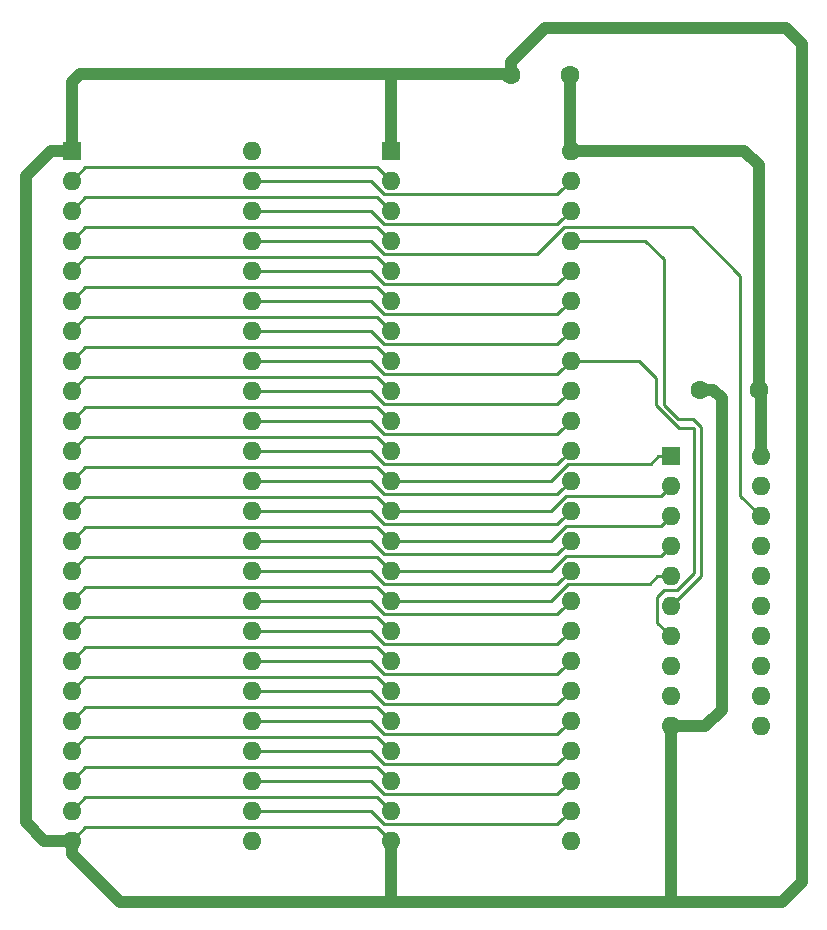
<source format=gbr>
G04 #@! TF.GenerationSoftware,KiCad,Pcbnew,(5.1.5-0-10_14)*
G04 #@! TF.CreationDate,2020-08-21T16:03:34+01:00*
G04 #@! TF.ProjectId,BusterTower,42757374-6572-4546-9f77-65722e6b6963,rev?*
G04 #@! TF.SameCoordinates,Original*
G04 #@! TF.FileFunction,Copper,L1,Top*
G04 #@! TF.FilePolarity,Positive*
%FSLAX46Y46*%
G04 Gerber Fmt 4.6, Leading zero omitted, Abs format (unit mm)*
G04 Created by KiCad (PCBNEW (5.1.5-0-10_14)) date 2020-08-21 16:03:34*
%MOMM*%
%LPD*%
G04 APERTURE LIST*
%ADD10O,1.600000X1.600000*%
%ADD11R,1.600000X1.600000*%
%ADD12C,1.600000*%
%ADD13C,0.250000*%
%ADD14C,1.000000*%
G04 APERTURE END LIST*
D10*
X95240000Y-38000000D03*
X80000000Y-96420000D03*
X95240000Y-40540000D03*
X80000000Y-93880000D03*
X95240000Y-43080000D03*
X80000000Y-91340000D03*
X95240000Y-45620000D03*
X80000000Y-88800000D03*
X95240000Y-48160000D03*
X80000000Y-86260000D03*
X95240000Y-50700000D03*
X80000000Y-83720000D03*
X95240000Y-53240000D03*
X80000000Y-81180000D03*
X95240000Y-55780000D03*
X80000000Y-78640000D03*
X95240000Y-58320000D03*
X80000000Y-76100000D03*
X95240000Y-60860000D03*
X80000000Y-73560000D03*
X95240000Y-63400000D03*
X80000000Y-71020000D03*
X95240000Y-65940000D03*
X80000000Y-68480000D03*
X95240000Y-68480000D03*
X80000000Y-65940000D03*
X95240000Y-71020000D03*
X80000000Y-63400000D03*
X95240000Y-73560000D03*
X80000000Y-60860000D03*
X95240000Y-76100000D03*
X80000000Y-58320000D03*
X95240000Y-78640000D03*
X80000000Y-55780000D03*
X95240000Y-81180000D03*
X80000000Y-53240000D03*
X95240000Y-83720000D03*
X80000000Y-50700000D03*
X95240000Y-86260000D03*
X80000000Y-48160000D03*
X95240000Y-88800000D03*
X80000000Y-45620000D03*
X95240000Y-91340000D03*
X80000000Y-43080000D03*
X95240000Y-93880000D03*
X80000000Y-40540000D03*
X95240000Y-96420000D03*
D11*
X80000000Y-38000000D03*
D10*
X68240000Y-38000000D03*
X53000000Y-96420000D03*
X68240000Y-40540000D03*
X53000000Y-93880000D03*
X68240000Y-43080000D03*
X53000000Y-91340000D03*
X68240000Y-45620000D03*
X53000000Y-88800000D03*
X68240000Y-48160000D03*
X53000000Y-86260000D03*
X68240000Y-50700000D03*
X53000000Y-83720000D03*
X68240000Y-53240000D03*
X53000000Y-81180000D03*
X68240000Y-55780000D03*
X53000000Y-78640000D03*
X68240000Y-58320000D03*
X53000000Y-76100000D03*
X68240000Y-60860000D03*
X53000000Y-73560000D03*
X68240000Y-63400000D03*
X53000000Y-71020000D03*
X68240000Y-65940000D03*
X53000000Y-68480000D03*
X68240000Y-68480000D03*
X53000000Y-65940000D03*
X68240000Y-71020000D03*
X53000000Y-63400000D03*
X68240000Y-73560000D03*
X53000000Y-60860000D03*
X68240000Y-76100000D03*
X53000000Y-58320000D03*
X68240000Y-78640000D03*
X53000000Y-55780000D03*
X68240000Y-81180000D03*
X53000000Y-53240000D03*
X68240000Y-83720000D03*
X53000000Y-50700000D03*
X68240000Y-86260000D03*
X53000000Y-48160000D03*
X68240000Y-88800000D03*
X53000000Y-45620000D03*
X68240000Y-91340000D03*
X53000000Y-43080000D03*
X68240000Y-93880000D03*
X53000000Y-40540000D03*
X68240000Y-96420000D03*
D11*
X53000000Y-38000000D03*
D10*
X111315500Y-63881000D03*
X103695500Y-86741000D03*
X111315500Y-66421000D03*
X103695500Y-84201000D03*
X111315500Y-68961000D03*
X103695500Y-81661000D03*
X111315500Y-71501000D03*
X103695500Y-79121000D03*
X111315500Y-74041000D03*
X103695500Y-76581000D03*
X111315500Y-76581000D03*
X103695500Y-74041000D03*
X111315500Y-79121000D03*
X103695500Y-71501000D03*
X111315500Y-81661000D03*
X103695500Y-68961000D03*
X111315500Y-84201000D03*
X103695500Y-66421000D03*
X111315500Y-86741000D03*
D11*
X103695500Y-63881000D03*
D12*
X106188500Y-58229500D03*
X111188500Y-58229500D03*
X90186500Y-31623000D03*
X95186500Y-31623000D03*
D13*
X78874999Y-95294999D02*
X79200001Y-95620001D01*
X79200001Y-95620001D02*
X80000000Y-96420000D01*
X53000000Y-96420000D02*
X54125001Y-95294999D01*
X54125001Y-95294999D02*
X78874999Y-95294999D01*
D14*
X80000000Y-96420000D02*
X80000000Y-101590000D01*
X80000000Y-101590000D02*
X80010000Y-101600000D01*
X113093500Y-101600000D02*
X114808000Y-99885500D01*
X114808000Y-99885500D02*
X114808000Y-28956000D01*
X114808000Y-28956000D02*
X113474500Y-27622500D01*
X53000000Y-32217000D02*
X53000000Y-38000000D01*
X53721000Y-31496000D02*
X53000000Y-32217000D01*
X51200000Y-38000000D02*
X49085500Y-40114500D01*
X53000000Y-38000000D02*
X51200000Y-38000000D01*
X49085500Y-40114500D02*
X49085500Y-94869000D01*
X50636500Y-96420000D02*
X53000000Y-96420000D01*
X49085500Y-94869000D02*
X50636500Y-96420000D01*
X57038630Y-101590000D02*
X80000000Y-101590000D01*
X53000000Y-97551370D02*
X57038630Y-101590000D01*
X53000000Y-96420000D02*
X53000000Y-97551370D01*
X103695500Y-101536500D02*
X103632000Y-101600000D01*
X103695500Y-86741000D02*
X103695500Y-101536500D01*
X103632000Y-101600000D02*
X113093500Y-101600000D01*
X80010000Y-101600000D02*
X103632000Y-101600000D01*
X107319870Y-58229500D02*
X108013500Y-58923130D01*
X106188500Y-58229500D02*
X107319870Y-58229500D01*
X108013500Y-58923130D02*
X108013500Y-85344000D01*
X106616500Y-86741000D02*
X103695500Y-86741000D01*
X108013500Y-85344000D02*
X106616500Y-86741000D01*
X93055630Y-27622500D02*
X113474500Y-27622500D01*
X90186500Y-30491630D02*
X93055630Y-27622500D01*
X90186500Y-31623000D02*
X90186500Y-30491630D01*
X80000000Y-38000000D02*
X80000000Y-31569500D01*
X80000000Y-31569500D02*
X80073500Y-31496000D01*
X80073500Y-31496000D02*
X53721000Y-31496000D01*
X89424500Y-31496000D02*
X80073500Y-31496000D01*
X111315500Y-58356500D02*
X111188500Y-58229500D01*
X111315500Y-63881000D02*
X111315500Y-58356500D01*
X111188500Y-58229500D02*
X111188500Y-39243000D01*
X109945500Y-38000000D02*
X95240000Y-38000000D01*
X111188500Y-39243000D02*
X109945500Y-38000000D01*
X95186500Y-37946500D02*
X95240000Y-38000000D01*
X95186500Y-31623000D02*
X95186500Y-37946500D01*
D13*
X68240000Y-58320000D02*
X78334998Y-58320000D01*
X79459999Y-59445001D02*
X94114999Y-59445001D01*
X94440001Y-59119999D02*
X95240000Y-58320000D01*
X78334998Y-58320000D02*
X79459999Y-59445001D01*
X94114999Y-59445001D02*
X94440001Y-59119999D01*
X78874999Y-85134999D02*
X79200001Y-85460001D01*
X79200001Y-85460001D02*
X80000000Y-86260000D01*
X53000000Y-86260000D02*
X54125001Y-85134999D01*
X54125001Y-85134999D02*
X78874999Y-85134999D01*
X68240000Y-60860000D02*
X78334998Y-60860000D01*
X79459999Y-61985001D02*
X94114999Y-61985001D01*
X94440001Y-61659999D02*
X95240000Y-60860000D01*
X78334998Y-60860000D02*
X79459999Y-61985001D01*
X94114999Y-61985001D02*
X94440001Y-61659999D01*
X78874999Y-82594999D02*
X79200001Y-82920001D01*
X79200001Y-82920001D02*
X80000000Y-83720000D01*
X53000000Y-83720000D02*
X54125001Y-82594999D01*
X54125001Y-82594999D02*
X78874999Y-82594999D01*
X68240000Y-63400000D02*
X78334998Y-63400000D01*
X79459999Y-64525001D02*
X94114999Y-64525001D01*
X94440001Y-64199999D02*
X95240000Y-63400000D01*
X78334998Y-63400000D02*
X79459999Y-64525001D01*
X94114999Y-64525001D02*
X94440001Y-64199999D01*
X78874999Y-80054999D02*
X79200001Y-80380001D01*
X79200001Y-80380001D02*
X80000000Y-81180000D01*
X53000000Y-81180000D02*
X54125001Y-80054999D01*
X54125001Y-80054999D02*
X78874999Y-80054999D01*
X68240000Y-65940000D02*
X78334998Y-65940000D01*
X79459999Y-67065001D02*
X94114999Y-67065001D01*
X94440001Y-66739999D02*
X95240000Y-65940000D01*
X78334998Y-65940000D02*
X79459999Y-67065001D01*
X94114999Y-67065001D02*
X94440001Y-66739999D01*
X78874999Y-77514999D02*
X79200001Y-77840001D01*
X79200001Y-77840001D02*
X80000000Y-78640000D01*
X53000000Y-78640000D02*
X54125001Y-77514999D01*
X54125001Y-77514999D02*
X78874999Y-77514999D01*
X68240000Y-68480000D02*
X78334998Y-68480000D01*
X79459999Y-69605001D02*
X94114999Y-69605001D01*
X94440001Y-69279999D02*
X95240000Y-68480000D01*
X78334998Y-68480000D02*
X79459999Y-69605001D01*
X94114999Y-69605001D02*
X94440001Y-69279999D01*
X78874999Y-74974999D02*
X79200001Y-75300001D01*
X79200001Y-75300001D02*
X80000000Y-76100000D01*
X53000000Y-76100000D02*
X54125001Y-74974999D01*
X54125001Y-74974999D02*
X78874999Y-74974999D01*
X102564130Y-74041000D02*
X103695500Y-74041000D01*
X101920129Y-74685001D02*
X102564130Y-74041000D01*
X94989997Y-74685001D02*
X101920129Y-74685001D01*
X93574998Y-76100000D02*
X94989997Y-74685001D01*
X80000000Y-76100000D02*
X93574998Y-76100000D01*
X68240000Y-71020000D02*
X78334998Y-71020000D01*
X79459999Y-72145001D02*
X94114999Y-72145001D01*
X94440001Y-71819999D02*
X95240000Y-71020000D01*
X78334998Y-71020000D02*
X79459999Y-72145001D01*
X94114999Y-72145001D02*
X94440001Y-71819999D01*
X78874999Y-72434999D02*
X79200001Y-72760001D01*
X79200001Y-72760001D02*
X80000000Y-73560000D01*
X53000000Y-73560000D02*
X54125001Y-72434999D01*
X54125001Y-72434999D02*
X78874999Y-72434999D01*
X102895501Y-72300999D02*
X103695500Y-71501000D01*
X94833999Y-72300999D02*
X102895501Y-72300999D01*
X93574998Y-73560000D02*
X94833999Y-72300999D01*
X80000000Y-73560000D02*
X93574998Y-73560000D01*
X68240000Y-73560000D02*
X78334998Y-73560000D01*
X79459999Y-74685001D02*
X94114999Y-74685001D01*
X94440001Y-74359999D02*
X95240000Y-73560000D01*
X78334998Y-73560000D02*
X79459999Y-74685001D01*
X94114999Y-74685001D02*
X94440001Y-74359999D01*
X78874999Y-69894999D02*
X79200001Y-70220001D01*
X79200001Y-70220001D02*
X80000000Y-71020000D01*
X53000000Y-71020000D02*
X54125001Y-69894999D01*
X54125001Y-69894999D02*
X78874999Y-69894999D01*
X102895501Y-69760999D02*
X103695500Y-68961000D01*
X94833999Y-69760999D02*
X102895501Y-69760999D01*
X93574998Y-71020000D02*
X94833999Y-69760999D01*
X80000000Y-71020000D02*
X93574998Y-71020000D01*
X68240000Y-76100000D02*
X78334998Y-76100000D01*
X79459999Y-77225001D02*
X94114999Y-77225001D01*
X94440001Y-76899999D02*
X95240000Y-76100000D01*
X78334998Y-76100000D02*
X79459999Y-77225001D01*
X94114999Y-77225001D02*
X94440001Y-76899999D01*
X78874999Y-67354999D02*
X79200001Y-67680001D01*
X79200001Y-67680001D02*
X80000000Y-68480000D01*
X53000000Y-68480000D02*
X54125001Y-67354999D01*
X54125001Y-67354999D02*
X78874999Y-67354999D01*
X94833999Y-67220999D02*
X102895501Y-67220999D01*
X102895501Y-67220999D02*
X103695500Y-66421000D01*
X93574998Y-68480000D02*
X94833999Y-67220999D01*
X80000000Y-68480000D02*
X93574998Y-68480000D01*
X68240000Y-78640000D02*
X78334998Y-78640000D01*
X79459999Y-79765001D02*
X94114999Y-79765001D01*
X94440001Y-79439999D02*
X95240000Y-78640000D01*
X78334998Y-78640000D02*
X79459999Y-79765001D01*
X94114999Y-79765001D02*
X94440001Y-79439999D01*
X78874999Y-64814999D02*
X79200001Y-65140001D01*
X79200001Y-65140001D02*
X80000000Y-65940000D01*
X53000000Y-65940000D02*
X54125001Y-64814999D01*
X54125001Y-64814999D02*
X78874999Y-64814999D01*
X102001499Y-64525001D02*
X102645500Y-63881000D01*
X102645500Y-63881000D02*
X103695500Y-63881000D01*
X94989997Y-64525001D02*
X102001499Y-64525001D01*
X93574998Y-65940000D02*
X94989997Y-64525001D01*
X80000000Y-65940000D02*
X93574998Y-65940000D01*
X68240000Y-81180000D02*
X78334998Y-81180000D01*
X79459999Y-82305001D02*
X94114999Y-82305001D01*
X94440001Y-81979999D02*
X95240000Y-81180000D01*
X78334998Y-81180000D02*
X79459999Y-82305001D01*
X94114999Y-82305001D02*
X94440001Y-81979999D01*
X78874999Y-62274999D02*
X79200001Y-62600001D01*
X79200001Y-62600001D02*
X80000000Y-63400000D01*
X53000000Y-63400000D02*
X54125001Y-62274999D01*
X54125001Y-62274999D02*
X78874999Y-62274999D01*
X68240000Y-83720000D02*
X78334998Y-83720000D01*
X79459999Y-84845001D02*
X94114999Y-84845001D01*
X94440001Y-84519999D02*
X95240000Y-83720000D01*
X78334998Y-83720000D02*
X79459999Y-84845001D01*
X94114999Y-84845001D02*
X94440001Y-84519999D01*
X78874999Y-59734999D02*
X79200001Y-60060001D01*
X79200001Y-60060001D02*
X80000000Y-60860000D01*
X53000000Y-60860000D02*
X54125001Y-59734999D01*
X54125001Y-59734999D02*
X78874999Y-59734999D01*
X68240000Y-86260000D02*
X78334998Y-86260000D01*
X79459999Y-87385001D02*
X94114999Y-87385001D01*
X94440001Y-87059999D02*
X95240000Y-86260000D01*
X78334998Y-86260000D02*
X79459999Y-87385001D01*
X94114999Y-87385001D02*
X94440001Y-87059999D01*
X78874999Y-57194999D02*
X79200001Y-57520001D01*
X79200001Y-57520001D02*
X80000000Y-58320000D01*
X53000000Y-58320000D02*
X54125001Y-57194999D01*
X54125001Y-57194999D02*
X78874999Y-57194999D01*
X68240000Y-88800000D02*
X78334998Y-88800000D01*
X79459999Y-89925001D02*
X94114999Y-89925001D01*
X94440001Y-89599999D02*
X95240000Y-88800000D01*
X78334998Y-88800000D02*
X79459999Y-89925001D01*
X94114999Y-89925001D02*
X94440001Y-89599999D01*
X78874999Y-54654999D02*
X79200001Y-54980001D01*
X79200001Y-54980001D02*
X80000000Y-55780000D01*
X53000000Y-55780000D02*
X54125001Y-54654999D01*
X54125001Y-54654999D02*
X78874999Y-54654999D01*
X68240000Y-91340000D02*
X78334998Y-91340000D01*
X79459999Y-92465001D02*
X94114999Y-92465001D01*
X94440001Y-92139999D02*
X95240000Y-91340000D01*
X78334998Y-91340000D02*
X79459999Y-92465001D01*
X94114999Y-92465001D02*
X94440001Y-92139999D01*
X78874999Y-52114999D02*
X79200001Y-52440001D01*
X79200001Y-52440001D02*
X80000000Y-53240000D01*
X53000000Y-53240000D02*
X54125001Y-52114999D01*
X54125001Y-52114999D02*
X78874999Y-52114999D01*
X68240000Y-93880000D02*
X78334998Y-93880000D01*
X79459999Y-95005001D02*
X94114999Y-95005001D01*
X94440001Y-94679999D02*
X95240000Y-93880000D01*
X78334998Y-93880000D02*
X79459999Y-95005001D01*
X94114999Y-95005001D02*
X94440001Y-94679999D01*
X78874999Y-49574999D02*
X79200001Y-49900001D01*
X79200001Y-49900001D02*
X80000000Y-50700000D01*
X53000000Y-50700000D02*
X54125001Y-49574999D01*
X54125001Y-49574999D02*
X78874999Y-49574999D01*
X78874999Y-47034999D02*
X79200001Y-47360001D01*
X79200001Y-47360001D02*
X80000000Y-48160000D01*
X53000000Y-48160000D02*
X54125001Y-47034999D01*
X54125001Y-47034999D02*
X78874999Y-47034999D01*
X78874999Y-44494999D02*
X79200001Y-44820001D01*
X79200001Y-44820001D02*
X80000000Y-45620000D01*
X53000000Y-45620000D02*
X54125001Y-44494999D01*
X54125001Y-44494999D02*
X78874999Y-44494999D01*
X78874999Y-92754999D02*
X79200001Y-93080001D01*
X79200001Y-93080001D02*
X80000000Y-93880000D01*
X53000000Y-93880000D02*
X54125001Y-92754999D01*
X54125001Y-92754999D02*
X78874999Y-92754999D01*
X78874999Y-41954999D02*
X79200001Y-42280001D01*
X79200001Y-42280001D02*
X80000000Y-43080000D01*
X53000000Y-43080000D02*
X54125001Y-41954999D01*
X54125001Y-41954999D02*
X78874999Y-41954999D01*
X78874999Y-90214999D02*
X79200001Y-90540001D01*
X79200001Y-90540001D02*
X80000000Y-91340000D01*
X53000000Y-91340000D02*
X54125001Y-90214999D01*
X54125001Y-90214999D02*
X78874999Y-90214999D01*
X79200001Y-39740001D02*
X80000000Y-40540000D01*
X78874999Y-39414999D02*
X79200001Y-39740001D01*
X54125001Y-39414999D02*
X78874999Y-39414999D01*
X53000000Y-40540000D02*
X54125001Y-39414999D01*
X78874999Y-87674999D02*
X79200001Y-88000001D01*
X79200001Y-88000001D02*
X80000000Y-88800000D01*
X53000000Y-88800000D02*
X54125001Y-87674999D01*
X54125001Y-87674999D02*
X78874999Y-87674999D01*
X79459999Y-46745001D02*
X92383499Y-46745001D01*
X78334998Y-45620000D02*
X79459999Y-46745001D01*
X68240000Y-45620000D02*
X78334998Y-45620000D01*
X94633501Y-44494999D02*
X105518499Y-44494999D01*
X92383499Y-46745001D02*
X94633501Y-44494999D01*
X105518499Y-44494999D02*
X109601000Y-48577500D01*
X109601000Y-67246500D02*
X111315500Y-68961000D01*
X109601000Y-48577500D02*
X109601000Y-67246500D01*
X68240000Y-55780000D02*
X78334998Y-55780000D01*
X79459999Y-56905001D02*
X94114999Y-56905001D01*
X94440001Y-56579999D02*
X95240000Y-55780000D01*
X78334998Y-55780000D02*
X79459999Y-56905001D01*
X94114999Y-56905001D02*
X94440001Y-56579999D01*
X105664000Y-73737502D02*
X105664000Y-61468000D01*
X104235501Y-75166001D02*
X105664000Y-73737502D01*
X103155499Y-75166001D02*
X104235501Y-75166001D01*
X102570499Y-75751001D02*
X103155499Y-75166001D01*
X102570499Y-77995999D02*
X102570499Y-75751001D01*
X103695500Y-79121000D02*
X102570499Y-77995999D01*
X105664000Y-61468000D02*
X104394000Y-61468000D01*
X104394000Y-61468000D02*
X102489000Y-59563000D01*
X102489000Y-59563000D02*
X102489000Y-57277000D01*
X100992000Y-55780000D02*
X95240000Y-55780000D01*
X102489000Y-57277000D02*
X100992000Y-55780000D01*
X95240000Y-45620000D02*
X101563500Y-45620000D01*
X101563500Y-45620000D02*
X103124000Y-47180500D01*
X103124000Y-47180500D02*
X103124000Y-59499500D01*
X103124000Y-59499500D02*
X104330500Y-60706000D01*
X104330500Y-60706000D02*
X105600500Y-60706000D01*
X105600500Y-60706000D02*
X106299000Y-61404500D01*
X106299000Y-73977500D02*
X103695500Y-76581000D01*
X106299000Y-61404500D02*
X106299000Y-73977500D01*
X94440001Y-41339999D02*
X95240000Y-40540000D01*
X79459999Y-41665001D02*
X94114999Y-41665001D01*
X94114999Y-41665001D02*
X94440001Y-41339999D01*
X78334998Y-40540000D02*
X79459999Y-41665001D01*
X68240000Y-40540000D02*
X78334998Y-40540000D01*
X68240000Y-43080000D02*
X78334998Y-43080000D01*
X79459999Y-44205001D02*
X94114999Y-44205001D01*
X94440001Y-43879999D02*
X95240000Y-43080000D01*
X78334998Y-43080000D02*
X79459999Y-44205001D01*
X94114999Y-44205001D02*
X94440001Y-43879999D01*
X68240000Y-48160000D02*
X78334998Y-48160000D01*
X79459999Y-49285001D02*
X94114999Y-49285001D01*
X94440001Y-48959999D02*
X95240000Y-48160000D01*
X78334998Y-48160000D02*
X79459999Y-49285001D01*
X94114999Y-49285001D02*
X94440001Y-48959999D01*
X68240000Y-50700000D02*
X78334998Y-50700000D01*
X79459999Y-51825001D02*
X94114999Y-51825001D01*
X94440001Y-51499999D02*
X95240000Y-50700000D01*
X78334998Y-50700000D02*
X79459999Y-51825001D01*
X94114999Y-51825001D02*
X94440001Y-51499999D01*
X68240000Y-53240000D02*
X78334998Y-53240000D01*
X79459999Y-54365001D02*
X94114999Y-54365001D01*
X94440001Y-54039999D02*
X95240000Y-53240000D01*
X78334998Y-53240000D02*
X79459999Y-54365001D01*
X94114999Y-54365001D02*
X94440001Y-54039999D01*
M02*

</source>
